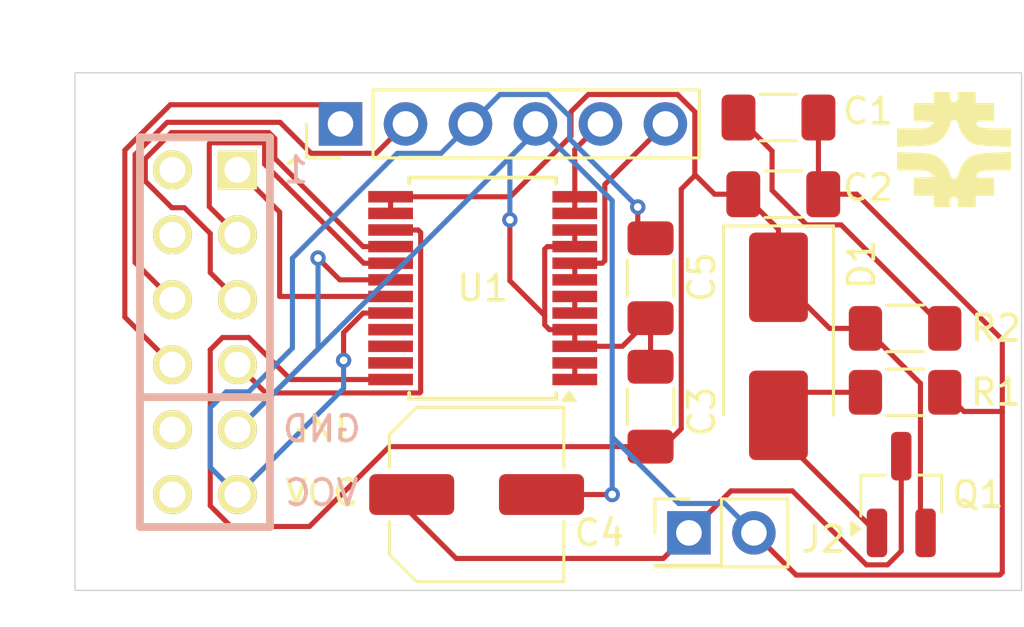
<source format=kicad_pcb>
(kicad_pcb (version 20240108) (generator "pcbnew") (generator_version "8.0")
  (layers (0 "F.Cu" signal) (31 "B.Cu" signal) (34 "B.Paste" user) (35 "F.Paste" user) (36 "B.SilkS" user "B.Silkscreen") (37 "F.SilkS" user "F.Silkscreen") (38 "B.Mask" user) (39 "F.Mask" user) (44 "Edge.Cuts" user))
  (net 0 "")
  (net 1 "Net-(C1-Pad1)")
  (net 2 "GND")
  (net 3 "Net-(D1-K)")
  (net 4 "Net-(Q1-D)")
  (net 5 "VCC")
  (net 6 "Net-(D1-A)")
  (net 7 "Net-(J1-Pin_2)")
  (net 8 "Net-(J1-Pin_1)")
  (net 9 "Net-(J1-Pin_4)")
  (net 11 "Net-(J1-Pin_10)")
  (net 13 "Net-(J1-Pin_9)")
  (net 14 "Net-(J1-Pin_3)")
  (net 17 "Net-(J3-Pin_5)")
  (net 18 "Net-(J3-Pin_6)")
  (net 19 "Net-(U1-AO2-Pad5)")
  (net 20 "Net-(U1-AO1-Pad1)")
  (footprint "Diode_SMD:D_SMB_Handsoldering" (layer "F.Cu") (at 70.5 67.2 -90)
    (property "Reference" "D1" (at -3.2 -3.25 90) (layer "F.SilkS"))
    (property "Value" "6.8 V Zener")
    (fp_line (start -4.71 2.15) (end 2.7 2.15) (stroke (width 0.12)) (layer "F.SilkS"))
    (fp_line (start -4.71 -2.15) (end -4.71 2.15) (stroke (width 0.12)) (layer "F.SilkS"))
    (fp_line (start -4.71 -2.15) (end 2.7 -2.15) (stroke (width 0.12)) (layer "F.SilkS"))
    (pad "1" smd roundrect (at -2.7 0 270) (size 3.5 2.3) (layers "F.Cu" "F.Paste" "F.Mask") (roundrect_rratio 0.1086956522) (net 3 "Net-(D1-K)"))
    (pad "2" smd roundrect (at 2.7 0 270) (size 3.5 2.3) (layers "F.Cu" "F.Paste" "F.Mask") (roundrect_rratio 0.1086956522) (net 6 "Net-(D1-A)"))
  )
  (footprint "Capacitor_SMD:C_Elec_6.3x7.7" (layer "F.Cu") (at 58.7 73)
    (property "Reference" "C4" (at 4.8 1.5 0) (layer "F.SilkS"))
    (property "Value" "470 uf")
    (fp_line (start -3.41 -2.345563) (end -3.41 -1.06) (stroke (width 0.12)) (layer "F.SilkS"))
    (fp_line (start -3.41 -2.345563) (end -2.345563 -3.41) (stroke (width 0.12)) (layer "F.SilkS"))
    (fp_line (start -3.41 2.345563) (end -3.41 1.06) (stroke (width 0.12)) (layer "F.SilkS"))
    (fp_line (start -3.41 2.345563) (end -2.345563 3.41) (stroke (width 0.12)) (layer "F.SilkS"))
    (fp_line (start -2.345563 -3.41) (end 3.41 -3.41) (stroke (width 0.12)) (layer "F.SilkS"))
    (fp_line (start -2.345563 3.41) (end 3.41 3.41) (stroke (width 0.12)) (layer "F.SilkS"))
    (fp_line (start 3.41 -3.41) (end 3.41 -1.06) (stroke (width 0.12)) (layer "F.SilkS"))
    (fp_line (start 3.41 3.41) (end 3.41 1.06) (stroke (width 0.12)) (layer "F.SilkS"))
    (pad "1" smd roundrect (at -2.5375 0) (size 3.325 1.6) (layers "F.Cu" "F.Paste" "F.Mask") (roundrect_rratio 0.15625) (net 4 "Net-(Q1-D)"))
    (pad "2" smd roundrect (at 2.5375 0) (size 3.325 1.6) (layers "F.Cu" "F.Paste" "F.Mask") (roundrect_rratio 0.15625) (net 2 "GND"))
  )
  (footprint "Capacitor_SMD:C_1206_3216Metric_Pad1.33x1.80mm_HandSolder" (layer "F.Cu") (at 65.5 64.5375 -90)
    (property "Reference" "C5" (at -0.0375 -2 -90) (layer "F.SilkS"))
    (property "Value" "0.1 uf")
    (fp_line (start -0.711252 0.91) (end 0.711252 0.91) (stroke (width 0.12)) (layer "F.SilkS"))
    (fp_line (start -0.711252 -0.91) (end 0.711252 -0.91) (stroke (width 0.12)) (layer "F.SilkS"))
    (pad "1" smd roundrect (at -1.5625 0 270) (size 1.325 1.8) (layers "F.Cu" "F.Paste" "F.Mask") (roundrect_rratio 0.188679) (net 5 "VCC"))
    (pad "2" smd roundrect (at 1.5625 0 270) (size 1.325 1.8) (layers "F.Cu" "F.Paste" "F.Mask") (roundrect_rratio 0.188679) (net 2 "GND"))
  )
  (footprint "Capacitor_SMD:C_1206_3216Metric_Pad1.33x1.80mm_HandSolder" (layer "F.Cu") (at 65.5 69.5625 90)
    (property "Reference" "C3" (at -0.1875 2 90) (layer "F.SilkS"))
    (property "Value" "0.47 uf")
    (fp_line (start -0.711252 -0.91) (end 0.711252 -0.91) (stroke (width 0.12)) (layer "F.SilkS"))
    (fp_line (start -0.711252 0.91) (end 0.711252 0.91) (stroke (width 0.12)) (layer "F.SilkS"))
    (pad "1" smd roundrect (at -1.5625 0 90) (size 1.325 1.8) (layers "F.Cu" "F.Paste" "F.Mask") (roundrect_rratio 0.188679) (net 3 "Net-(D1-K)"))
    (pad "2" smd roundrect (at 1.5625 0 90) (size 1.325 1.8) (layers "F.Cu" "F.Paste" "F.Mask") (roundrect_rratio 0.188679) (net 2 "GND"))
  )
  (footprint "Capacitor_SMD:C_1206_3216Metric_Pad1.33x1.80mm_HandSolder" (layer "F.Cu") (at 70.6875 61.25)
    (property "Reference" "C2" (at 3.3125 -0.25 0) (layer "F.SilkS"))
    (property "Value" "0.1 uf")
    (fp_line (start -0.711252 -0.91) (end 0.711252 -0.91) (stroke (width 0.12)) (layer "F.SilkS"))
    (fp_line (start -0.711252 0.91) (end 0.711252 0.91) (stroke (width 0.12)) (layer "F.SilkS"))
    (pad "1" smd roundrect (at -1.5625 0) (size 1.325 1.8) (layers "F.Cu" "F.Paste" "F.Mask") (roundrect_rratio 0.188679) (net 3 "Net-(D1-K)"))
    (pad "2" smd roundrect (at 1.5625 0) (size 1.325 1.8) (layers "F.Cu" "F.Paste" "F.Mask") (roundrect_rratio 0.188679) (net 2 "GND"))
  )
  (footprint "Resistor_SMD:R_1206_3216Metric_Pad1.30x1.75mm_HandSolder" (layer "F.Cu") (at 75.45 66.5)
    (property "Reference" "R2" (at 3.55 0 0) (layer "F.SilkS"))
    (property "Value" "1R")
    (fp_line (start -0.727064 -0.91) (end 0.727064 -0.91) (stroke (width 0.12)) (layer "F.SilkS"))
    (fp_line (start -0.727064 0.91) (end 0.727064 0.91) (stroke (width 0.12)) (layer "F.SilkS"))
    (pad "1" smd roundrect (at -1.55 0) (size 1.3 1.75) (layers "F.Cu" "F.Paste" "F.Mask") (roundrect_rratio 0.192308) (net 3 "Net-(D1-K)"))
    (pad "2" smd roundrect (at 1.55 0) (size 1.3 1.75) (layers "F.Cu" "F.Paste" "F.Mask") (roundrect_rratio 0.192308) (net 1 "Net-(C1-Pad1)"))
  )
  (footprint "Package_SO:SSOP-24_5.3x8.2mm_P0.65mm" (layer "F.Cu") (at 58.9375 64.925 180)
    (property "Reference" "U1" (at 0 0 0) (layer "F.SilkS"))
    (property "Value" "TB6612FNG")
    (fp_line (start 2.875 4.325) (end 2.875 4.1) (stroke (width 0.15)) (layer "F.SilkS"))
    (fp_line (start 2.875 -4.325) (end 2.875 -4.1) (stroke (width 0.15)) (layer "F.SilkS"))
    (fp_line (start -2.875 4.325) (end 2.875 4.325) (stroke (width 0.15)) (layer "F.SilkS"))
    (fp_line (start -2.875 4.325) (end -2.875 4.1) (stroke (width 0.15)) (layer "F.SilkS"))
    (fp_line (start -2.875 -4.325) (end 2.875 -4.325) (stroke (width 0.15)) (layer "F.SilkS"))
    (fp_line (start -2.875 -4.325) (end -2.875 -4.1) (stroke (width 0.15)) (layer "F.SilkS"))
    (fp_poly (pts (xy -3.375 -4.075) (xy -3.615 -4.405) (xy -3.135 -4.405) (xy -3.375 -4.075)) (stroke (width 0.12)) (fill solid) (layer "F.SilkS"))
    (pad "1" smd rect (at -3.6 -3.575 180) (size 1.75 0.45) (layers "F.Cu" "F.Paste" "F.Mask") (net 20 "Net-(U1-AO1-Pad1)"))
    (pad "2" smd rect (at -3.6 -2.925 180) (size 1.75 0.45) (layers "F.Cu" "F.Paste" "F.Mask") (net 20 "Net-(U1-AO1-Pad1)"))
    (pad "3" smd rect (at -3.6 -2.275 180) (size 1.75 0.45) (layers "F.Cu" "F.Paste" "F.Mask") (net 2 "GND"))
    (pad "4" smd rect (at -3.6 -1.625 180) (size 1.75 0.45) (layers "F.Cu" "F.Paste" "F.Mask") (net 2 "GND"))
    (pad "5" smd rect (at -3.6 -0.975 180) (size 1.75 0.45) (layers "F.Cu" "F.Paste" "F.Mask") (net 19 "Net-(U1-AO2-Pad5)"))
    (pad "6" smd rect (at -3.6 -0.325 180) (size 1.75 0.45) (layers "F.Cu" "F.Paste" "F.Mask") (net 19 "Net-(U1-AO2-Pad5)"))
    (pad "7" smd rect (at -3.6 0.325 180) (size 1.75 0.45) (layers "F.Cu" "F.Paste" "F.Mask") (net 18 "Net-(J3-Pin_6)"))
    (pad "8" smd rect (at -3.6 0.975 180) (size 1.75 0.45) (layers "F.Cu" "F.Paste" "F.Mask") (net 18 "Net-(J3-Pin_6)"))
    (pad "9" smd rect (at -3.6 1.625 180) (size 1.75 0.45) (layers "F.Cu" "F.Paste" "F.Mask") (net 2 "GND"))
    (pad "10" smd rect (at -3.6 2.275 180) (size 1.75 0.45) (layers "F.Cu" "F.Paste" "F.Mask") (net 2 "GND"))
    (pad "11" smd rect (at -3.6 2.925 180) (size 1.75 0.45) (layers "F.Cu" "F.Paste" "F.Mask") (net 17 "Net-(J3-Pin_5)"))
    (pad "12" smd rect (at -3.6 3.575 180) (size 1.75 0.45) (layers "F.Cu" "F.Paste" "F.Mask") (net 17 "Net-(J3-Pin_5)"))
    (pad "13" smd rect (at 3.6 3.575 180) (size 1.75 0.45) (layers "F.Cu" "F.Paste" "F.Mask") (net 3 "Net-(D1-K)"))
    (pad "14" smd rect (at 3.6 2.925 180) (size 1.75 0.45) (layers "F.Cu" "F.Paste" "F.Mask") (net 3 "Net-(D1-K)"))
    (pad "15" smd rect (at 3.6 2.275 180) (size 1.75 0.45) (layers "F.Cu" "F.Paste" "F.Mask") (net 9 "Net-(J1-Pin_4)"))
    (pad "16" smd rect (at 3.6 1.625 180) (size 1.75 0.45) (layers "F.Cu" "F.Paste" "F.Mask") (net 14 "Net-(J1-Pin_3)"))
    (pad "17" smd rect (at 3.6 0.975 180) (size 1.75 0.45) (layers "F.Cu" "F.Paste" "F.Mask") (net 7 "Net-(J1-Pin_2)"))
    (pad "18" smd rect (at 3.6 0.325 180) (size 1.75 0.45) (layers "F.Cu" "F.Paste" "F.Mask") (net 2 "GND"))
    (pad "19" smd rect (at 3.6 -0.325 180) (size 1.75 0.45) (layers "F.Cu" "F.Paste" "F.Mask") (net 8 "Net-(J1-Pin_1)"))
    (pad "20" smd rect (at 3.6 -0.975 180) (size 1.75 0.45) (layers "F.Cu" "F.Paste" "F.Mask") (net 5 "VCC"))
    (pad "21" smd rect (at 3.6 -1.625 180) (size 1.75 0.45) (layers "F.Cu" "F.Paste" "F.Mask"))
    (pad "22" smd rect (at 3.6 -2.275 180) (size 1.75 0.45) (layers "F.Cu" "F.Paste" "F.Mask"))
    (pad "23" smd rect (at 3.6 -2.925 180) (size 1.75 0.45) (layers "F.Cu" "F.Paste" "F.Mask"))
    (pad "24" smd rect (at 3.6 -3.575 180) (size 1.75 0.45) (layers "F.Cu" "F.Paste" "F.Mask") (net 3 "Net-(D1-K)"))
  )
  (footprint "pmod-conn_6x2:pmod_pin_array_6x2" (layer "F.Cu") (at 48.08 66.65)
    (property "Reference" "J1" (hide yes))
    (property "Value" "PMod Connector" (hide yes))
    (fp_line (start -2.54 -7.62) (end -2.54 7.62) (stroke (width 0.3048)) (layer "B.SilkS"))
    (fp_line (start -2.54 7.62) (end 2.54 7.62) (stroke (width 0.3048)) (layer "B.SilkS"))
    (fp_line (start 2.54 -7.62) (end -2.54 -7.62) (stroke (width 0.3048)) (layer "B.SilkS"))
    (fp_line (start 2.54 2.54) (end -2.54 2.54) (stroke (width 0.3048)) (layer "B.SilkS"))
    (fp_line (start 2.54 7.62) (end 2.54 -7.62) (stroke (width 0.3048)) (layer "B.SilkS"))
    (fp_line (start -2.54 -7.62) (end -2.54 7.62) (stroke (width 0.3048)) (layer "F.SilkS"))
    (fp_line (start -2.54 7.62) (end 2.54 7.62) (stroke (width 0.3048)) (layer "F.SilkS"))
    (fp_line (start 2.54 -7.62) (end -2.54 -7.62) (stroke (width 0.3048)) (layer "F.SilkS"))
    (fp_line (start 2.54 2.54) (end -2.54 2.54) (stroke (width 0.3048)) (layer "F.SilkS"))
    (fp_line (start 2.54 7.62) (end 2.54 -7.62) (stroke (width 0.3048)) (layer "F.SilkS"))
    (fp_text user "1" (at 3.556 -6.35 0) (layer "B.SilkS") (effects (justify mirror)))
    (fp_text user "GND" (at 4.57 3.78 0) (layer "B.SilkS") (effects (justify mirror)))
    (fp_text user "VCC" (at 4.57 6.28 0) (layer "B.SilkS") (effects (justify mirror)))
    (fp_text user "GND" (at 4.57 3.78 0) (layer "F.SilkS"))
    (fp_text user "1" (at 3.556 -6.35 0) (layer "F.SilkS"))
    (fp_text user "VCC" (at 4.57 6.28 0) (layer "F.SilkS"))
    (pad "1" thru_hole rect (at 1.27 -6.35) (size 1.524 1.524) (drill 1.016) (layers "*.Cu" "*.Mask" "F.SilkS") (net 8 "Net-(J1-Pin_1)"))
    (pad "2" thru_hole circle (at 1.27 -3.81 270) (size 1.524 1.524) (drill 1.016) (layers "*.Cu" "*.Mask" "F.SilkS") (net 7 "Net-(J1-Pin_2)"))
    (pad "3" thru_hole circle (at 1.27 -1.27 270) (size 1.524 1.524) (drill 1.016) (layers "*.Cu" "*.Mask" "F.SilkS") (net 14 "Net-(J1-Pin_3)"))
    (pad "4" thru_hole circle (at 1.27 1.27 270) (size 1.524 1.524) (drill 1.016) (layers "*.Cu" "*.Mask" "F.SilkS") (net 9 "Net-(J1-Pin_4)"))
    (pad "5" thru_hole circle (at 1.27 3.81 270) (size 1.524 1.524) (drill 1.016) (layers "*.Cu" "*.Mask" "F.SilkS") (net 2 "GND"))
    (pad "6" thru_hole circle (at 1.27 6.35 270) (size 1.524 1.524) (drill 1.016) (layers "*.Cu" "*.Mask" "F.SilkS") (net 5 "VCC"))
    (pad "7" thru_hole circle (at -1.27 -6.35 270) (size 1.524 1.524) (drill 1.016) (layers "*.Cu" "*.Mask" "F.SilkS"))
    (pad "8" thru_hole circle (at -1.27 -3.81 270) (size 1.524 1.524) (drill 1.016) (layers "*.Cu" "*.Mask" "F.SilkS"))
    (pad "9" thru_hole circle (at -1.27 -1.27 270) (size 1.524 1.524) (drill 1.016) (layers "*.Cu" "*.Mask" "F.SilkS") (net 13 "Net-(J1-Pin_9)"))
    (pad "10" thru_hole circle (at -1.27 1.27 270) (size 1.524 1.524) (drill 1.016) (layers "*.Cu" "*.Mask" "F.SilkS") (net 11 "Net-(J1-Pin_10)"))
    (pad "11" thru_hole circle (at -1.27 3.81 270) (size 1.524 1.524) (drill 1.016) (layers "*.Cu" "*.Mask" "F.SilkS"))
    (pad "12" thru_hole circle (at -1.27 6.35 270) (size 1.524 1.524) (drill 1.016) (layers "*.Cu" "*.Mask" "F.SilkS"))
  )
  (footprint "Package_TO_SOT_SMD:SOT-23_Handsoldering" (layer "F.Cu") (at 75.3 73 90)
    (property "Reference" "Q1" (at 0 3 0) (layer "F.SilkS"))
    (property "Value" "BSS84P")
    (fp_line (start 0.76 -1.58) (end 0.76 -0.65) (stroke (width 0.12)) (layer "F.SilkS"))
    (fp_line (start -0.04 -1.58) (end 0.76 -1.58) (stroke (width 0.12)) (layer "F.SilkS"))
    (fp_line (start -0.04 -1.58) (end -0.84 -1.58) (stroke (width 0.12)) (layer "F.SilkS"))
    (fp_line (start 0.76 1.58) (end 0.76 0.65) (stroke (width 0.12)) (layer "F.SilkS"))
    (fp_line (start 0.76 1.58) (end -0.7 1.58) (stroke (width 0.12)) (layer "F.SilkS"))
    (fp_poly (pts (xy -1.34 -1.61) (xy -1.58 -1.94) (xy -1.1 -1.94) (xy -1.34 -1.61)) (stroke (width 0.12)) (fill solid) (layer "F.SilkS"))
    (pad "1" smd roundrect (at -1.5 -0.95 90) (size 1.9 0.8) (layers "F.Cu" "F.Paste" "F.Mask") (net 6 "Net-(D1-A)"))
    (pad "2" smd roundrect (at -1.5 0.95 90) (size 1.9 0.8) (layers "F.Cu" "F.Paste" "F.Mask") (net 3 "Net-(D1-K)"))
    (pad "3" smd roundrect (at 1.5 0 90) (size 1.9 0.8) (layers "F.Cu" "F.Paste" "F.Mask") (net 4 "Net-(Q1-D)"))
  )
  (footprint "Capacitor_SMD:C_1206_3216Metric_Pad1.33x1.80mm_HandSolder" (layer "F.Cu") (at 70.5 58.25)
    (property "Reference" "C1" (at 3.5 -0.25 0) (layer "F.SilkS"))
    (property "Value" "10 uf")
    (fp_line (start -0.711252 -0.91) (end 0.711252 -0.91) (stroke (width 0.12)) (layer "F.SilkS"))
    (fp_line (start -0.711252 0.91) (end 0.711252 0.91) (stroke (width 0.12)) (layer "F.SilkS"))
    (pad "1" smd roundrect (at -1.5625 0) (size 1.325 1.8) (layers "F.Cu" "F.Paste" "F.Mask") (roundrect_rratio 0.188679) (net 1 "Net-(C1-Pad1)"))
    (pad "2" smd roundrect (at 1.5625 0) (size 1.325 1.8) (layers "F.Cu" "F.Paste" "F.Mask") (roundrect_rratio 0.188679) (net 2 "GND"))
  )
  (footprint "LOGO" (layer "F.Cu") (at 77.5 59.5)
    (property "Reference" "G***" (hide yes))
    (property "Value" "LOGO" (hide yes))
    (fp_poly (pts (xy -0.274891 -2.061689) (xy -0.264622 -1.93156) (xy -0.218411 -1.878288) (xy -0.137445 -1.869264) (xy -0.044496 -1.883641) (xy -0.006445 -1.948337) (xy 0 -2.061689) (xy 0 -2.254113) (xy 0.35736 -2.254113) (xy 0.714719 -2.254113) (xy 0.714719 -2.034199) (xy 0.714719 -1.814286) (xy 1.072078 -1.814286) (xy 1.429438 -1.814286) (xy 1.429438 -1.456927) (xy 1.429438 -1.099567) (xy 1.072078 -1.099567) (xy 0.859857 -1.092821) (xy 0.74799 -1.068277) (xy 0.727461 -1.019478) (xy 0.789253 -0.93997) (xy 0.81526 -0.915664) (xy 0.885103 -0.87292) (xy 0.99545 -0.845421) (xy 1.167614 -0.830346) (xy 1.422908 -0.824874) (xy 1.50249 -0.824676) (xy 2.089178 -0.824676) (xy 2.089178 -0.460679) (xy 2.089178 -0.096683) (xy 1.415693 -0.12051) (xy 1.067845 -0.138716) (xy 0.807497 -0.169925) (xy 0.612342 -0.221372) (xy 0.460076 -0.300294) (xy 0.328392 -0.413926) (xy 0.253566 -0.497508) (xy 0.146376 -0.66494) (xy 0.061493 -0.865118) (xy 0.048066 -0.91182) (xy -0.001607 -1.066709) (xy -0.060778 -1.138698) (xy -0.136945 -1.154546) (xy -0.221918 -1.134617) (xy -0.27027 -1.055673) (xy -0.295774 -0.936067) (xy -0.377334 -0.711328) (xy -0.535174 -0.487298) (xy -0.741315 -0.299622) (xy -0.846581 -0.234295) (xy -0.978421 -0.187808) (xy -1.181363 -0.153831) (xy -1.470263 -0.130364) (xy -1.690584 -0.12051) (xy -2.364069 -0.096683) (xy -2.364069 -0.460679) (xy -2.364069 -0.824676) (xy -1.759307 -0.824676) (xy -1.489898 -0.826501) (xy -1.306981 -0.834631) (xy -1.187117 -0.853045) (xy -1.106864 -0.885725) (xy -1.042785 -0.93665) (xy -1.030844 -0.948377) (xy -0.907142 -1.072078) (xy -1.305735 -1.088231) (xy -1.704329 -1.104384) (xy -1.704329 -1.459335) (xy -1.704329 -1.814286) (xy -1.31948 -1.814286) (xy -0.934632 -1.814286) (xy -0.934632 -2.034199) (xy -0.934632 -2.254113) (xy -0.604761 -2.254113) (xy -0.274891 -2.254113)) (fill solid) (layer "F.SilkS"))
    (fp_poly (pts (xy 2.089178 0.460679) (xy 2.089178 0.824675) (xy 1.492937 0.824675) (xy 1.22062 0.827229) (xy 1.03625 0.837028) (xy 0.917892 0.857284) (xy 0.843608 0.891204) (xy 0.805708 0.925216) (xy 0.735743 1.015903) (xy 0.714719 1.062662) (xy 0.764873 1.081458) (xy 0.896096 1.09475) (xy 1.072078 1.099567) (xy 1.429438 1.099567) (xy 1.429438 1.456926) (xy 1.429438 1.814285) (xy 1.072078 1.814285) (xy 0.714719 1.814285) (xy 0.714719 2.034199) (xy 0.714719 2.254112) (xy 0.35736 2.254112) (xy 0 2.254112) (xy 0 2.061688) (xy -0.010269 1.931559) (xy -0.05648 1.878287) (xy -0.137445 1.869264) (xy -0.230394 1.88364) (xy -0.268446 1.948336) (xy -0.274891 2.061688) (xy -0.274891 2.254112) (xy -0.604761 2.254112) (xy -0.934632 2.254112) (xy -0.934632 2.034199) (xy -0.934632 1.814285) (xy -1.31948 1.814285) (xy -1.704329 1.814285) (xy -1.704329 1.459335) (xy -1.704329 1.104384) (xy -1.305735 1.088231) (xy -0.907142 1.072078) (xy -1.030844 0.948376) (xy -1.094501 0.893643) (xy -1.169999 0.857892) (xy -1.280777 0.83714) (xy -1.450275 0.82741) (xy -1.701933 0.824719) (xy -1.759307 0.824675) (xy -2.364069 0.824675) (xy -2.364069 0.460679) (xy -2.364069 0.096683) (xy -1.690584 0.12051) (xy -1.343094 0.138643) (xy -1.090461 0.166086) (xy -0.917826 0.20484) (xy -0.846581 0.234295) (xy -0.627435 0.392679) (xy -0.443484 0.604117) (xy -0.322707 0.832962) (xy -0.295774 0.936066) (xy -0.261411 1.080291) (xy -0.206569 1.143297) (xy -0.136945 1.154545) (xy -0.052622 1.133638) (xy 0.00437 1.053226) (xy 0.048066 0.91182) (xy 0.121342 0.715412) (xy 0.22646 0.532524) (xy 0.253566 0.497507) (xy 0.383509 0.360717) (xy 0.521249 0.262785) (xy 0.689091 0.196474) (xy 0.909342 0.15455) (xy 1.204307 0.129776) (xy 1.415693 0.12051) (xy 2.089178 0.096683)) (fill solid) (layer "F.SilkS"))
  )
  (footprint "Connector_PinHeader_2.54mm:PinHeader_2x01_P2.54mm_Vertical" (layer "F.Cu") (at 67 74.5)
    (property "Reference" "J2" (at 5.25 0.25 0) (layer "F.SilkS"))
    (property "Value" "Barrel_Jack" (hide yes))
    (fp_line (start -1.33 -1.33) (end 0 -1.33) (stroke (width 0.12)) (layer "F.SilkS"))
    (fp_line (start -1.33 0) (end -1.33 -1.33) (stroke (width 0.12)) (layer "F.SilkS"))
    (fp_line (start -1.33 1.27) (end -1.33 1.33) (stroke (width 0.12)) (layer "F.SilkS"))
    (fp_line (start -1.33 1.27) (end 1.27 1.27) (stroke (width 0.12)) (layer "F.SilkS"))
    (fp_line (start -1.33 1.33) (end 3.87 1.33) (stroke (width 0.12)) (layer "F.SilkS"))
    (fp_line (start 1.27 -1.33) (end 3.87 -1.33) (stroke (width 0.12)) (layer "F.SilkS"))
    (fp_line (start 1.27 1.27) (end 1.27 -1.33) (stroke (width 0.12)) (layer "F.SilkS"))
    (fp_line (start 3.87 -1.33) (end 3.87 1.33) (stroke (width 0.12)) (layer "F.SilkS"))
    (pad "1" thru_hole rect (at 0 0) (size 1.7 1.7) (drill 1) (layers "*.Cu" "*.Mask") (net 4 "Net-(Q1-D)"))
    (pad "2" thru_hole oval (at 2.54 0) (size 1.7 1.7) (drill 1) (layers "*.Cu" "*.Mask") (net 2 "GND"))
  )
  (footprint "Connector_PinHeader_2.54mm:PinHeader_1x06_P2.54mm_Vertical" (layer "F.Cu") (at 53.38 58.5 90)
    (property "Reference" "J3" (hide yes))
    (property "Value" "Conn_01x06_Socket")
    (fp_line (start -1.33 -1.33) (end 0 -1.33) (stroke (width 0.12)) (layer "F.SilkS"))
    (fp_line (start -1.33 0) (end -1.33 -1.33) (stroke (width 0.12)) (layer "F.SilkS"))
    (fp_line (start 1.33 1.27) (end 1.33 14.03) (stroke (width 0.12)) (layer "F.SilkS"))
    (fp_line (start -1.33 1.27) (end 1.33 1.27) (stroke (width 0.12)) (layer "F.SilkS"))
    (fp_line (start -1.33 1.27) (end -1.33 14.03) (stroke (width 0.12)) (layer "F.SilkS"))
    (fp_line (start -1.33 14.03) (end 1.33 14.03) (stroke (width 0.12)) (layer "F.SilkS"))
    (pad "1" thru_hole rect (at 0 0 90) (size 1.7 1.7) (drill 1) (layers "*.Cu" "*.Mask") (net 11 "Net-(J1-Pin_10)"))
    (pad "2" thru_hole oval (at 0 2.54 90) (size 1.7 1.7) (drill 1) (layers "*.Cu" "*.Mask") (net 13 "Net-(J1-Pin_9)"))
    (pad "3" thru_hole oval (at 0 5.08 90) (size 1.7 1.7) (drill 1) (layers "*.Cu" "*.Mask") (net 5 "VCC"))
    (pad "4" thru_hole oval (at 0 7.62 90) (size 1.7 1.7) (drill 1) (layers "*.Cu" "*.Mask") (net 2 "GND"))
    (pad "5" thru_hole oval (at 0 10.16 90) (size 1.7 1.7) (drill 1) (layers "*.Cu" "*.Mask") (net 17 "Net-(J3-Pin_5)"))
    (pad "6" thru_hole oval (at 0 12.7 90) (size 1.7 1.7) (drill 1) (layers "*.Cu" "*.Mask") (net 18 "Net-(J3-Pin_6)"))
  )
  (footprint "Resistor_SMD:R_1206_3216Metric_Pad1.30x1.75mm_HandSolder" (layer "F.Cu") (at 75.45 69)
    (property "Reference" "R1" (at 3.55 0 0) (layer "F.SilkS"))
    (property "Value" "100K")
    (fp_line (start -0.727064 -0.91) (end 0.727064 -0.91) (stroke (width 0.12)) (layer "F.SilkS"))
    (fp_line (start -0.727064 0.91) (end 0.727064 0.91) (stroke (width 0.12)) (layer "F.SilkS"))
    (pad "1" smd roundrect (at -1.55 0) (size 1.3 1.75) (layers "F.Cu" "F.Paste" "F.Mask") (roundrect_rratio 0.192308) (net 6 "Net-(D1-A)"))
    (pad "2" smd roundrect (at 1.55 0) (size 1.3 1.75) (layers "F.Cu" "F.Paste" "F.Mask") (roundrect_rratio 0.192308) (net 2 "GND"))
  )
  (gr_rect (start 43 56.5) (end 80 76.75) (stroke (width 0.05)) (fill none) (layer "Edge.Cuts"))
  (segment (start 72.95 62.45) (end 71.602756 62.45) (width 0.2) (layer "F.Cu") (net 1))
  (segment (start 77 66.5) (end 72.95 62.45) (width 0.2) (layer "F.Cu") (net 1))
  (segment (start 71.602756 62.45) (end 70.25 61.097244) (width 0.2) (layer "F.Cu") (net 1))
  (segment (start 70.25 59.5625) (end 68.9375 58.25) (width 0.2) (layer "F.Cu") (net 1))
  (segment (start 70.25 61.097244) (end 70.25 59.5625) (width 0.2) (layer "F.Cu") (net 1))
  (segment (start 55.3375 64.6) (end 53.35 64.6) (width 0.2) (layer "F.Cu") (net 2))
  (segment (start 61.55 66.55) (end 62.5375 66.55) (width 0.2) (layer "F.Cu") (net 2))
  (segment (start 77 69) (end 77.75 69.75) (width 0.2) (layer "F.Cu") (net 2))
  (segment (start 61.3625 63.4) (end 61.3625 66) (width 0.2) (layer "F.Cu") (net 2))
  (segment (start 61.3625 66) (end 61.3625 66.3625) (width 0.2) (layer "F.Cu") (net 2))
  (segment (start 79.25 76.05) (end 79.25 69.75) (width 0.2) (layer "F.Cu") (net 2))
  (segment (start 60 64.6375) (end 60 62.25) (width 0.2) (layer "F.Cu") (net 2))
  (segment (start 65.5 66.1) (end 65.5 68.5) (width 0.2) (layer "F.Cu") (net 2))
  (segment (start 72.0625 58.25) (end 72.0625 61.0625) (width 0.2) (layer "F.Cu") (net 2))
  (segment (start 64.4 67.2) (end 62.5375 67.2) (width 0.2) (layer "F.Cu") (net 2))
  (segment (start 72.0625 61.0625) (end 72.25 61.25) (width 0.2) (layer "F.Cu") (net 2))
  (segment (start 65.5 66.1) (end 64.4 67.2) (width 0.2) (layer "F.Cu") (net 2))
  (segment (start 69.54 74.5) (end 71.19 76.15) (width 0.2) (layer "F.Cu") (net 2))
  (segment (start 79.25 69.75) (end 79.25 66.940256) (width 0.2) (layer "F.Cu") (net 2))
  (segment (start 61.2375 73) (end 64 73) (width 0.2) (layer "F.Cu") (net 2))
  (segment (start 62.5375 67.2) (end 62.5375 66.55) (width 0.2) (layer "F.Cu") (net 2))
  (segment (start 62.5375 63.3) (end 62.5375 62.65) (width 0.2) (layer "F.Cu") (net 2))
  (segment (start 71.19 76.15) (end 79.15 76.15) (width 0.2) (layer "F.Cu") (net 2))
  (segment (start 61.4625 63.3) (end 61.3625 63.4) (width 0.2) (layer "F.Cu") (net 2))
  (segment (start 61.3625 66) (end 60 64.6375) (width 0.2) (layer "F.Cu") (net 2))
  (segment (start 79.25 66.940256) (end 73.559744 61.25) (width 0.2) (layer "F.Cu") (net 2))
  (segment (start 77.75 69.75) (end 79.25 69.75) (width 0.2) (layer "F.Cu") (net 2))
  (segment (start 79.15 76.15) (end 79.25 76.05) (width 0.2) (layer "F.Cu") (net 2))
  (segment (start 53.35 64.6) (end 52.5 63.75) (width 0.2) (layer "F.Cu") (net 2))
  (segment (start 73.559744 61.25) (end 72.25 61.25) (width 0.2) (layer "F.Cu") (net 2))
  (segment (start 61.3625 66.3625) (end 61.55 66.55) (width 0.2) (layer "F.Cu") (net 2))
  (segment (start 62.5375 63.3) (end 61.4625 63.3) (width 0.2) (layer "F.Cu") (net 2))
  (via (at 60 62.25) (size 0.6) (drill 0.3) (layers "F.Cu" "B.Cu") (net 2))
  (via (at 64 73) (size 0.6) (drill 0.3) (layers "F.Cu" "B.Cu") (net 2))
  (via (at 52.5 63.75) (size 0.6) (drill 0.3) (layers "F.Cu" "B.Cu") (net 2))
  (segment (start 60 59.81) (end 60.405 59.405) (width 0.2) (layer "B.Cu") (net 2))
  (segment (start 52.5 63.75) (end 52.5 67.31) (width 0.2) (layer "B.Cu") (net 2))
  (segment (start 68.39 73.35) (end 66.6 73.35) (width 0.2) (layer "B.Cu") (net 2))
  (segment (start 64 61.5) (end 61 58.5) (width 0.2) (layer "B.Cu") (net 2))
  (segment (start 52.5 67.31) (end 49.35 70.46) (width 0.2) (layer "B.Cu") (net 2))
  (segment (start 60 62.25) (end 60 59.81) (width 0.2) (layer "B.Cu") (net 2))
  (segment (start 64 73) (end 64 70.75) (width 0.2) (layer "B.Cu") (net 2))
  (segment (start 66.6 73.35) (end 64 70.75) (width 0.2) (layer "B.Cu") (net 2))
  (segment (start 64 70.75) (end 64 61.5) (width 0.2) (layer "B.Cu") (net 2))
  (segment (start 60.405 59.405) (end 49.35 70.46) (width 0.2) (layer "B.Cu") (net 2))
  (segment (start 69.54 74.5) (end 68.39 73.35) (width 0.2) (layer "B.Cu") (net 2))
  (segment (start 60.96 58.85) (end 60.405 59.405) (width 0.2) (layer "B.Cu") (net 2))
  (segment (start 66.556346 57.35) (end 67.23 58.023654) (width 0.2) (layer "F.Cu") (net 3))
  (segment (start 55.3375 61.35) (end 60.016346 61.35) (width 0.2) (layer "F.Cu") (net 3))
  (segment (start 72.5 66.5) (end 73.9 66.5) (width 0.2) (layer "F.Cu") (net 3))
  (segment (start 63.063654 57.35) (end 66.556346 57.35) (width 0.2) (layer "F.Cu") (net 3))
  (segment (start 70.5 64.5) (end 70.5 62.625) (width 0.2) (layer "F.Cu") (net 3))
  (segment (start 70.5 62.625) (end 69.125 61.25) (width 0.2) (layer "F.Cu") (net 3))
  (segment (start 73.9 66.5) (end 76.05 68.65) (width 0.2) (layer "F.Cu") (net 3))
  (segment (start 76.05 68.65) (end 76.05 74.3) (width 0.2) (layer "F.Cu") (net 3))
  (segment (start 62.39 58.976346) (end 62.39 58.023654) (width 0.2) (layer "F.Cu") (net 3))
  (segment (start 69.125 61.25) (end 68 61.25) (width 0.2) (layer "F.Cu") (net 3))
  (segment (start 65.5 71.625) (end 66.7 70.425) (width 0.2) (layer "F.Cu") (net 3))
  (segment (start 49.789895 66.858) (end 48.764 66.858) (width 0.2) (layer "F.Cu") (net 3))
  (segment (start 67.23 58.023654) (end 67.23 60.48) (width 0.2) (layer "F.Cu") (net 3))
  (segment (start 49.098105 74.25) (end 52.165256 74.25) (width 0.2) (layer "F.Cu") (net 3))
  (segment (start 67.23 60.48) (end 67.25 60.5) (width 0.2) (layer "F.Cu") (net 3))
  (segment (start 48.288 67.334) (end 48.288 73.439895) (width 0.2) (layer "F.Cu") (net 3))
  (segment (start 66.7 61.05) (end 67.25 60.5) (width 0.2) (layer "F.Cu") (net 3))
  (segment (start 48.764 66.858) (end 48.288 67.334) (width 0.2) (layer "F.Cu") (net 3))
  (segment (start 60.016346 61.35) (end 62.39 58.976346) (width 0.2) (layer "F.Cu") (net 3))
  (segment (start 48.288 73.439895) (end 49.098105 74.25) (width 0.2) (layer "F.Cu") (net 3))
  (segment (start 68 61.25) (end 67.25 60.5) (width 0.2) (layer "F.Cu") (net 3))
  (segment (start 55.3375 68.5) (end 51.431895 68.5) (width 0.2) (layer "F.Cu") (net 3))
  (segment (start 66.7 70.425) (end 66.7 61.05) (width 0.2) (layer "F.Cu") (net 3))
  (segment (start 52.165256 74.25) (end 55.290256 71.125) (width 0.2) (layer "F.Cu") (net 3))
  (segment (start 70.5 64.5) (end 72.5 66.5) (width 0.2) (layer "F.Cu") (net 3))
  (segment (start 76.05 74.3) (end 76.25 74.5) (width 0.2) (layer "F.Cu") (net 3))
  (segment (start 55.3375 61.35) (end 55.3375 62) (width 0.2) (layer "F.Cu") (net 3))
  (segment (start 62.39 58.023654) (end 63.063654 57.35) (width 0.2) (layer "F.Cu") (net 3))
  (segment (start 51.431895 68.5) (end 49.789895 66.858) (width 0.2) (layer "F.Cu") (net 3))
  (segment (start 55.290256 71.125) (end 65.5 71.125) (width 0.2) (layer "F.Cu") (net 3))
  (segment (start 57.9 75.5) (end 66 75.5) (width 0.2) (layer "F.Cu") (net 4))
  (segment (start 67 74.5) (end 68.642157 72.857843) (width 0.2) (layer "F.Cu") (net 4))
  (segment (start 66 75.5) (end 67 74.5) (width 0.2) (layer "F.Cu") (net 4))
  (segment (start 71.045195 72.857843) (end 73.937352 75.75) (width 0.2) (layer "F.Cu") (net 4))
  (segment (start 73.937352 75.75) (end 74.762648 75.75) (width 0.2) (layer "F.Cu") (net 4))
  (segment (start 75.3 75.212648) (end 75.3 71.5) (width 0.2) (layer "F.Cu") (net 4))
  (segment (start 68.642157 72.857843) (end 71.045195 72.857843) (width 0.2) (layer "F.Cu") (net 4))
  (segment (start 55.9 73.5) (end 57.9 75.5) (width 0.2) (layer "F.Cu") (net 4))
  (segment (start 74.762648 75.75) (end 75.3 75.212648) (width 0.2) (layer "F.Cu") (net 4))
  (segment (start 53.5 66.6625) (end 54.2625 65.9) (width 0.2) (layer "F.Cu") (net 5))
  (segment (start 65 62.475) (end 65.5 62.975) (width 0.2) (layer "F.Cu") (net 5))
  (segment (start 53.5 67.75) (end 53.5 66.6625) (width 0.2) (layer "F.Cu") (net 5))
  (segment (start 54.2625 65.9) (end 55.3375 65.9) (width 0.2) (layer "F.Cu") (net 5))
  (segment (start 65 61.75) (end 65 62.475) (width 0.2) (layer "F.Cu") (net 5))
  (via (at 65 61.75) (size 0.6) (drill 0.3) (layers "F.Cu" "B.Cu") (net 5))
  (via (at 53.5 67.75) (size 0.6) (drill 0.3) (layers "F.Cu" "B.Cu") (net 5))
  (segment (start 55.6 59.65) (end 57.31 59.65) (width 0.2) (layer "B.Cu") (net 5))
  (segment (start 57.31 59.65) (end 58.46 58.5) (width 0.2) (layer "B.Cu") (net 5))
  (segment (start 48.288 69.604105) (end 48.910105 68.982) (width 0.2) (layer "B.Cu") (net 5))
  (segment (start 51.5 67.271895) (end 51.5 63.75) (width 0.2) (layer "B.Cu") (net 5))
  (segment (start 53.5 68.85) (end 53.5 67.75) (width 0.2) (layer "B.Cu") (net 5))
  (segment (start 49.35 73) (end 48.288 71.938) (width 0.2) (layer "B.Cu") (net 5))
  (segment (start 62.336827 59.086827) (end 65 61.75) (width 0.2) (layer "B.Cu") (net 5))
  (segment (start 61.476346 57.35) (end 62.336827 58.210481) (width 0.2) (layer "B.Cu") (net 5))
  (segment (start 51.5 63.75) (end 55.6 59.65) (width 0.2) (layer "B.Cu") (net 5))
  (segment (start 49.789895 68.982) (end 51.5 67.271895) (width 0.2) (layer "B.Cu") (net 5))
  (segment (start 62.336827 58.210481) (end 62.336827 59.086827) (width 0.2) (layer "B.Cu") (net 5))
  (segment (start 49.35 73) (end 53.5 68.85) (width 0.2) (layer "B.Cu") (net 5))
  (segment (start 58.46 58.5) (end 59.61 57.35) (width 0.2) (layer "B.Cu") (net 5))
  (segment (start 48.288 71.938) (end 48.288 69.604105) (width 0.2) (layer "B.Cu") (net 5))
  (segment (start 59.61 57.35) (end 61.476346 57.35) (width 0.2) (layer "B.Cu") (net 5))
  (segment (start 48.910105 68.982) (end 49.789895 68.982) (width 0.2) (layer "B.Cu") (net 5))
  (segment (start 73.9 69) (end 71.4 69) (width 0.2) (layer "F.Cu") (net 6))
  (segment (start 71.45 69.9) (end 70.5 69.9) (width 0.2) (layer "F.Cu") (net 6))
  (segment (start 70.5 70.65) (end 70.5 69.9) (width 0.2) (layer "F.Cu") (net 6))
  (segment (start 71.4 69) (end 70.5 69.9) (width 0.2) (layer "F.Cu") (net 6))
  (segment (start 74.35 74.5) (end 70.5 70.65) (width 0.2) (layer "F.Cu") (net 6))
  (segment (start 50.412 59.238) (end 48.288 59.238) (width 0.2) (layer "F.Cu") (net 7))
  (segment (start 48.25 61.74) (end 49.35 62.84) (width 0.2) (layer "F.Cu") (net 7))
  (segment (start 48.288 59.238) (end 48.25 59.276) (width 0.2) (layer "F.Cu") (net 7))
  (segment (start 55.3375 63.95) (end 54.2875 63.95) (width 0.2) (layer "F.Cu") (net 7))
  (segment (start 54.2875 63.95) (end 50.412 60.0745) (width 0.2) (layer "F.Cu") (net 7))
  (segment (start 48.25 59.276) (end 48.25 61.74) (width 0.2) (layer "F.Cu") (net 7))
  (segment (start 50.412 60.0745) (end 50.412 59.238) (width 0.2) (layer "F.Cu") (net 7))
  (segment (start 51 65.25) (end 51 61.95) (width 0.2) (layer "F.Cu") (net 8))
  (segment (start 51 61.95) (end 49.35 60.3) (width 0.2) (layer "F.Cu") (net 8))
  (segment (start 55.3375 65.25) (end 51 65.25) (width 0.2) (layer "F.Cu") (net 8))
  (segment (start 56.475 69.025) (end 56.5125 68.9875) (width 0.2) (layer "F.Cu") (net 9))
  (segment (start 56.5125 68.9875) (end 56.5125 62.75) (width 0.2) (layer "F.Cu") (net 9))
  (segment (start 49.35 67.92) (end 50.455 69.025) (width 0.2) (layer "F.Cu") (net 9))
  (segment (start 56.5125 62.75) (end 56.4125 62.65) (width 0.2) (layer "F.Cu") (net 9))
  (segment (start 50.455 69.025) (end 56.475 69.025) (width 0.2) (layer "F.Cu") (net 9))
  (segment (start 56.4125 62.65) (end 55.3375 62.65) (width 0.2) (layer "F.Cu") (net 9))
  (segment (start 44.948 59.528733) (end 46.726733 57.75) (width 0.2) (layer "F.Cu") (net 11))
  (segment (start 46.726733 57.75) (end 52.63 57.75) (width 0.2) (layer "F.Cu") (net 11))
  (segment (start 46.81 67.92) (end 44.948 66.058) (width 0.2) (layer "F.Cu") (net 11))
  (segment (start 44.948 66.058) (end 44.948 59.528733) (width 0.2) (layer "F.Cu") (net 11))
  (segment (start 52.63 57.75) (end 53.38 58.5) (width 0.2) (layer "F.Cu") (net 11))
  (segment (start 46.81 65.38) (end 45.348 63.918) (width 0.2) (layer "F.Cu") (net 13))
  (segment (start 45.348 63.918) (end 45.348 59.694419) (width 0.2) (layer "F.Cu") (net 13))
  (segment (start 45.348 59.694419) (end 46.604419 58.438) (width 0.2) (layer "F.Cu") (net 13))
  (segment (start 46.604419 58.438) (end 51.018 58.438) (width 0.2) (layer "F.Cu") (net 13))
  (segment (start 52.23 59.65) (end 54.77 59.65) (width 0.2) (layer "F.Cu") (net 13))
  (segment (start 54.77 59.65) (end 55.92 58.5) (width 0.2) (layer "F.Cu") (net 13))
  (segment (start 51.018 58.438) (end 52.23 59.65) (width 0.2) (layer "F.Cu") (net 13))
  (segment (start 54.2625 63.3) (end 50.812 59.8495) (width 0.2) (layer "F.Cu") (net 14))
  (segment (start 46.770105 58.838) (end 45.748 59.860105) (width 0.2) (layer "F.Cu") (net 14))
  (segment (start 47.278 61.778) (end 48.288 62.788) (width 0.2) (layer "F.Cu") (net 14))
  (segment (start 50.812 59.072315) (end 50.577685 58.838) (width 0.2) (layer "F.Cu") (net 14))
  (segment (start 46.786105 61.778) (end 47.278 61.778) (width 0.2) (layer "F.Cu") (net 14))
  (segment (start 55.3375 63.3) (end 54.2625 63.3) (width 0.2) (layer "F.Cu") (net 14))
  (segment (start 50.577685 58.838) (end 46.770105 58.838) (width 0.2) (layer "F.Cu") (net 14))
  (segment (start 48.288 64.318) (end 49.35 65.38) (width 0.2) (layer "F.Cu") (net 14))
  (segment (start 45.748 60.739895) (end 46.786105 61.778) (width 0.2) (layer "F.Cu") (net 14))
  (segment (start 45.748 59.860105) (end 45.748 60.739895) (width 0.2) (layer "F.Cu") (net 14))
  (segment (start 48.288 62.788) (end 48.288 64.318) (width 0.2) (layer "F.Cu") (net 14))
  (segment (start 50.812 59.8495) (end 50.812 59.072315) (width 0.2) (layer "F.Cu") (net 14))
  (segment (start 62.5375 61.35) (end 62.5375 62) (width 0.2) (layer "F.Cu") (net 17))
  (segment (start 62.5375 61.35) (end 62.5375 59.5025) (width 0.2) (layer "F.Cu") (net 17))
  (segment (start 62.5375 59.5025) (end 63.54 58.5) (width 0.2) (layer "F.Cu") (net 17))
  (segment (start 62.5375 64.6) (end 62.5375 63.95) (width 0.2) (layer "F.Cu") (net 18))
  (segment (start 63.7125 63.85) (end 63.7125 60.8675) (width 0.2) (layer "F.Cu") (net 18))
  (segment (start 63.6125 63.95) (end 63.7125 63.85) (width 0.2) (layer "F.Cu") (net 18))
  (segment (start 62.5375 63.95) (end 63.6125 63.95) (width 0.2) (layer "F.Cu") (net 18))
  (segment (start 63.7125 60.8675) (end 66.08 58.5) (width 0.2) (layer "F.Cu") (net 18))
  (segment (start 62.5375 65.9) (end 62.5375 65.25) (width 0.2) (layer "F.Cu") (net 19))
  (segment (start 62.5375 68.5) (end 62.5375 67.85) (width 0.2) (layer "F.Cu") (net 20))
)
</source>
